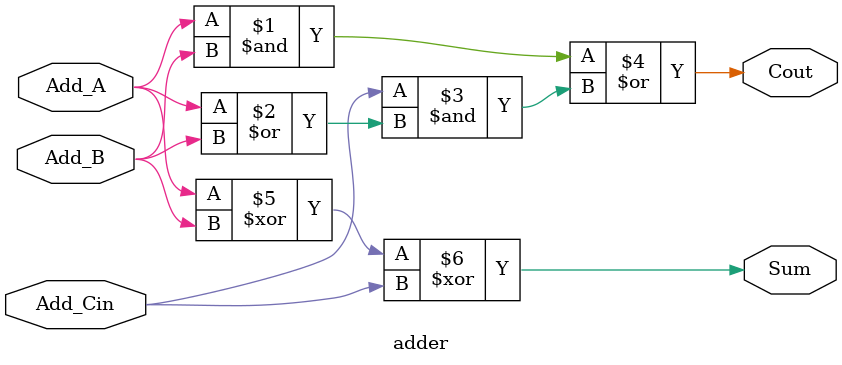
<source format=sv>
`timescale 1ns / 1ps


module adder (
    input   Add_A,
    input   Add_B,
    input   Add_Cin,
    output  Cout,
    output  Sum
 );
 
 assign Cout     = (Add_A & Add_B) | (Add_Cin & (Add_A | Add_B));
 assign Sum      = Add_A ^ Add_B ^ Add_Cin;
 // assign {Cout, Sum} = Add_A + Add_B + Add_Cin;
 endmodule
 

</source>
